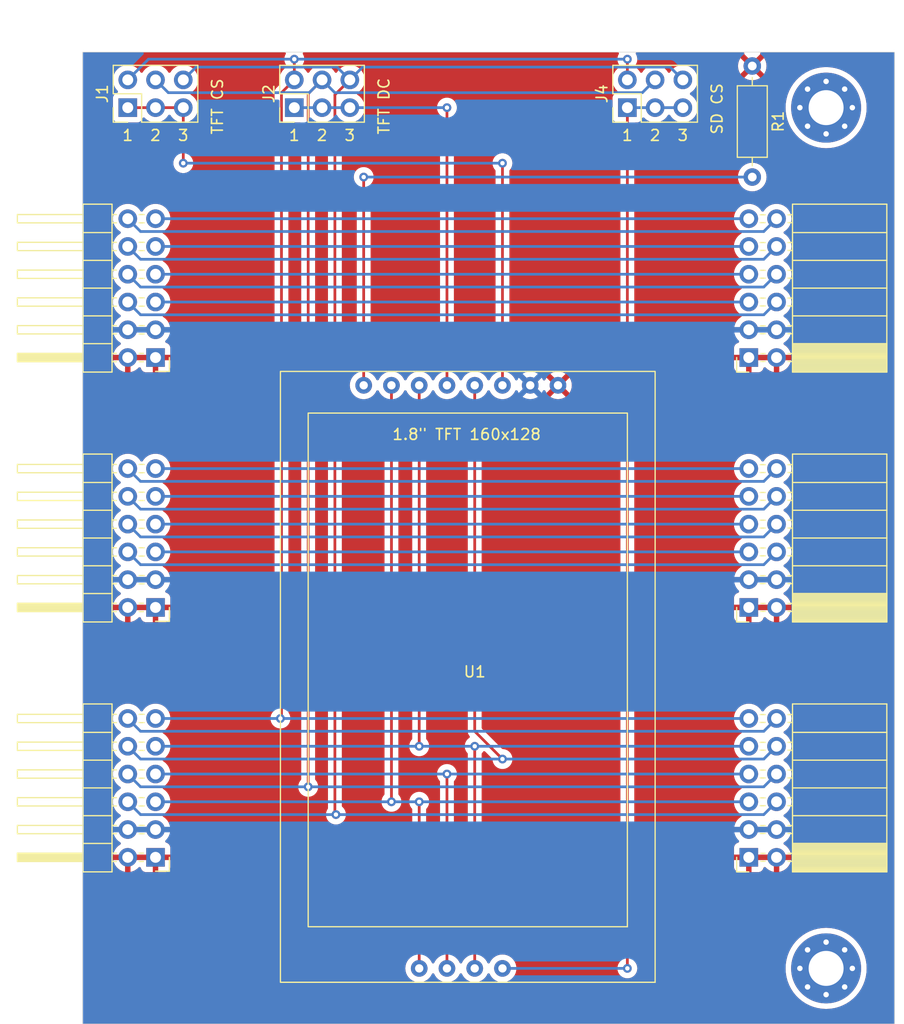
<source format=kicad_pcb>
(kicad_pcb (version 20221018) (generator pcbnew)
  (layers (0 "F.Cu" signal) (31 "B.Cu" signal) (34 "B.Paste" user) (35 "F.Paste" user) (36 "B.SilkS" user "B.Silkscreen") (37 "F.SilkS" user "F.Silkscreen") (38 "B.Mask" user) (39 "F.Mask" user) (44 "Edge.Cuts" user))
  (net 0 "")
  (net 1 "GND")
  (net 2 "TFT_CS")
  (net 3 "TFT_DC")
  (net 4 "VCC")
  (net 5 "PMOD_I2C_SDA")
  (net 6 "PMOD_I2C_GPIO4")
  (net 7 "PMOD_I2C_SCL")
  (net 8 "PMOD_I2C_GPIO3")
  (net 9 "PMOD_I2C_RESET")
  (net 10 "PMOD_I2C_GPIO2")
  (net 11 "PMOD_I2C_INT")
  (net 12 "PMOD_I2C_GPIO1")
  (net 13 "PMOD_SPI_SCK")
  (net 14 "PMOD_SPI_GPIO4_CS3")
  (net 15 "SD_CS")
  (net 16 "PMOD_SPI_GPIO3_CS2")
  (net 17 "PMOD_UART_GPIO1_INT")
  (net 18 "PMOD_SPI_GPIO2_RESET")
  (net 19 "PMOD_SPI_CS")
  (net 20 "PMOD_SPI_GPIO1_INT")
  (net 21 "PMOD_UART_RTS")
  (net 22 "PMOD_UART_GPIO4")
  (net 23 "PMOD_UART_CTS")
  (net 24 "PMOD_UART_GPIO2_RESET")
  (net 25 "PMOD_UART_TXD")
  (net 26 "PMOD_UART_GPIO3")
  (net 27 "PMOD_UART_RXD")
  (net 28 "MOSI")
  (net 29 "MISO")
  (net 30 "LED")
  (footprint "Connector_PinSocket_2.54mm:PinSocket_2x06_P2.54mm_Horizontal" (layer "F.Cu") (at 133.0325 68.58 180)
    (fp_text reference "PMOD4" hide)
    (fp_text value "Conn_02x06_Odd_Even")
    (pad "1" thru_hole rect (at 0 0 180) (size 1.7 1.7) (drill 1) (layers "*.Cu" "*.Mask") (net 4 "VCC"))
    (pad "2" thru_hole oval (at -2.54 0 180) (size 1.7 1.7) (drill 1) (layers "*.Cu" "*.Mask") (net 4 "VCC"))
    (pad "3" thru_hole oval (at 0 2.54 180) (size 1.7 1.7) (drill 1) (layers "*.Cu" "*.Mask") (net 1 "GND"))
    (pad "4" thru_hole oval (at -2.54 2.54 180) (size 1.7 1.7) (drill 1) (layers "*.Cu" "*.Mask") (net 1 "GND"))
    (pad "5" thru_hole oval (at 0 5.08 180) (size 1.7 1.7) (drill 1) (layers "*.Cu" "*.Mask") (net 5 "PMOD_I2C_SDA"))
    (pad "6" thru_hole oval (at -2.54 5.08 180) (size 1.7 1.7) (drill 1) (layers "*.Cu" "*.Mask") (net 6 "PMOD_I2C_GPIO4"))
    (pad "7" thru_hole oval (at 0 7.62 180) (size 1.7 1.7) (drill 1) (layers "*.Cu" "*.Mask") (net 7 "PMOD_I2C_SCL"))
    (pad "8" thru_hole oval (at -2.54 7.62 180) (size 1.7 1.7) (drill 1) (layers "*.Cu" "*.Mask") (net 8 "PMOD_I2C_GPIO3"))
    (pad "9" thru_hole oval (at 0 10.16 180) (size 1.7 1.7) (drill 1) (layers "*.Cu" "*.Mask") (net 9 "PMOD_I2C_RESET"))
    (pad "10" thru_hole oval (at -2.54 10.16 180) (size 1.7 1.7) (drill 1) (layers "*.Cu" "*.Mask") (net 10 "PMOD_I2C_GPIO2"))
    (pad "11" thru_hole oval (at 0 12.7 180) (size 1.7 1.7) (drill 1) (layers "*.Cu" "*.Mask") (net 11 "PMOD_I2C_INT"))
    (pad "12" thru_hole oval (at -2.54 12.7 180) (size 1.7 1.7) (drill 1) (layers "*.Cu" "*.Mask") (net 12 "PMOD_I2C_GPIO1"))
  )
  (footprint "Connector_PinHeader_2.54mm:PinHeader_2x03_P2.54mm_Vertical" (layer "F.Cu") (at 91.44 45.72 90)
    (fp_text reference "J2" (at 1.27 -2.33 90) (layer "F.SilkS"))
    (fp_text value "Conn_02x03_Odd_Even")
    (pad "1" thru_hole rect (at 0 0 90) (size 1.7 1.7) (drill 1) (layers "*.Cu" "*.Mask") (net 3 "TFT_DC"))
    (pad "2" thru_hole oval (at 2.54 0 90) (size 1.7 1.7) (drill 1) (layers "*.Cu" "*.Mask") (net 19 "PMOD_SPI_CS"))
    (pad "3" thru_hole oval (at 0 2.54 90) (size 1.7 1.7) (drill 1) (layers "*.Cu" "*.Mask") (net 3 "TFT_DC"))
    (pad "4" thru_hole oval (at 2.54 2.54 90) (size 1.7 1.7) (drill 1) (layers "*.Cu" "*.Mask") (net 16 "PMOD_SPI_GPIO3_CS2"))
    (pad "5" thru_hole oval (at 0 5.08 90) (size 1.7 1.7) (drill 1) (layers "*.Cu" "*.Mask") (net 3 "TFT_DC"))
    (pad "6" thru_hole oval (at 2.54 5.08 90) (size 1.7 1.7) (drill 1) (layers "*.Cu" "*.Mask") (net 14 "PMOD_SPI_GPIO4_CS3"))
  )
  (footprint "Connector_PinHeader_2.54mm:PinHeader_2x06_P2.54mm_Horizontal" (layer "F.Cu") (at 78.74 114.3 180)
    (fp_text reference "PMOD3" hide)
    (fp_text value "Conn_02x06_Odd_Even")
    (pad "1" thru_hole rect (at 0 0 180) (size 1.7 1.7) (drill 1) (layers "*.Cu" "*.Mask") (net 4 "VCC"))
    (pad "2" thru_hole oval (at 2.54 0 180) (size 1.7 1.7) (drill 1) (layers "*.Cu" "*.Mask") (net 4 "VCC"))
    (pad "3" thru_hole oval (at 0 2.54 180) (size 1.7 1.7) (drill 1) (layers "*.Cu" "*.Mask") (net 1 "GND"))
    (pad "4" thru_hole oval (at 2.54 2.54 180) (size 1.7 1.7) (drill 1) (layers "*.Cu" "*.Mask") (net 1 "GND"))
    (pad "5" thru_hole oval (at 0 5.08 180) (size 1.7 1.7) (drill 1) (layers "*.Cu" "*.Mask") (net 13 "PMOD_SPI_SCK"))
    (pad "6" thru_hole oval (at 2.54 5.08 180) (size 1.7 1.7) (drill 1) (layers "*.Cu" "*.Mask") (net 14 "PMOD_SPI_GPIO4_CS3"))
    (pad "7" thru_hole oval (at 0 7.62 180) (size 1.7 1.7) (drill 1) (layers "*.Cu" "*.Mask") (net 29 "MISO"))
    (pad "8" thru_hole oval (at 2.54 7.62 180) (size 1.7 1.7) (drill 1) (layers "*.Cu" "*.Mask") (net 16 "PMOD_SPI_GPIO3_CS2"))
    (pad "9" thru_hole oval (at 0 10.16 180) (size 1.7 1.7) (drill 1) (layers "*.Cu" "*.Mask") (net 28 "MOSI"))
    (pad "10" thru_hole oval (at 2.54 10.16 180) (size 1.7 1.7) (drill 1) (layers "*.Cu" "*.Mask") (net 18 "PMOD_SPI_GPIO2_RESET"))
    (pad "11" thru_hole oval (at 0 12.7 180) (size 1.7 1.7) (drill 1) (layers "*.Cu" "*.Mask") (net 19 "PMOD_SPI_CS"))
    (pad "12" thru_hole oval (at 2.54 12.7 180) (size 1.7 1.7) (drill 1) (layers "*.Cu" "*.Mask") (net 20 "PMOD_SPI_GPIO1_INT"))
  )
  (footprint "Connector_PinHeader_2.54mm:PinHeader_2x06_P2.54mm_Horizontal" (layer "F.Cu") (at 78.74 91.44 180)
    (fp_text reference "PMOD2" hide)
    (fp_text value "Conn_02x06_Odd_Even")
    (pad "1" thru_hole rect (at 0 0 180) (size 1.7 1.7) (drill 1) (layers "*.Cu" "*.Mask") (net 4 "VCC"))
    (pad "2" thru_hole oval (at 2.54 0 180) (size 1.7 1.7) (drill 1) (layers "*.Cu" "*.Mask") (net 4 "VCC"))
    (pad "3" thru_hole oval (at 0 2.54 180) (size 1.7 1.7) (drill 1) (layers "*.Cu" "*.Mask") (net 1 "GND"))
    (pad "4" thru_hole oval (at 2.54 2.54 180) (size 1.7 1.7) (drill 1) (layers "*.Cu" "*.Mask") (net 1 "GND"))
    (pad "5" thru_hole oval (at 0 5.08 180) (size 1.7 1.7) (drill 1) (layers "*.Cu" "*.Mask") (net 21 "PMOD_UART_RTS"))
    (pad "6" thru_hole oval (at 2.54 5.08 180) (size 1.7 1.7) (drill 1) (layers "*.Cu" "*.Mask") (net 22 "PMOD_UART_GPIO4"))
    (pad "7" thru_hole oval (at 0 7.62 180) (size 1.7 1.7) (drill 1) (layers "*.Cu" "*.Mask") (net 27 "PMOD_UART_RXD"))
    (pad "8" thru_hole oval (at 2.54 7.62 180) (size 1.7 1.7) (drill 1) (layers "*.Cu" "*.Mask") (net 26 "PMOD_UART_GPIO3"))
    (pad "9" thru_hole oval (at 0 10.16 180) (size 1.7 1.7) (drill 1) (layers "*.Cu" "*.Mask") (net 25 "PMOD_UART_TXD"))
    (pad "10" thru_hole oval (at 2.54 10.16 180) (size 1.7 1.7) (drill 1) (layers "*.Cu" "*.Mask") (net 24 "PMOD_UART_GPIO2_RESET"))
    (pad "11" thru_hole oval (at 0 12.7 180) (size 1.7 1.7) (drill 1) (layers "*.Cu" "*.Mask") (net 23 "PMOD_UART_CTS"))
    (pad "12" thru_hole oval (at 2.54 12.7 180) (size 1.7 1.7) (drill 1) (layers "*.Cu" "*.Mask") (net 17 "PMOD_UART_GPIO1_INT"))
  )
  (footprint "Connector_PinHeader_2.54mm:PinHeader_2x06_P2.54mm_Horizontal" (layer "F.Cu") (at 78.74 68.58 180)
    (fp_text reference "PMOD1" hide)
    (fp_text value "Conn_02x06_Odd_Even")
    (pad "1" thru_hole rect (at 0 0 180) (size 1.7 1.7) (drill 1) (layers "*.Cu" "*.Mask") (net 4 "VCC"))
    (pad "2" thru_hole oval (at 2.54 0 180) (size 1.7 1.7) (drill 1) (layers "*.Cu" "*.Mask") (net 4 "VCC"))
    (pad "3" thru_hole oval (at 0 2.54 180) (size 1.7 1.7) (drill 1) (layers "*.Cu" "*.Mask") (net 1 "GND"))
    (pad "4" thru_hole oval (at 2.54 2.54 180) (size 1.7 1.7) (drill 1) (layers "*.Cu" "*.Mask") (net 1 "GND"))
    (pad "5" thru_hole oval (at 0 5.08 180) (size 1.7 1.7) (drill 1) (layers "*.Cu" "*.Mask") (net 5 "PMOD_I2C_SDA"))
    (pad "6" thru_hole oval (at 2.54 5.08 180) (size 1.7 1.7) (drill 1) (layers "*.Cu" "*.Mask") (net 6 "PMOD_I2C_GPIO4"))
    (pad "7" thru_hole oval (at 0 7.62 180) (size 1.7 1.7) (drill 1) (layers "*.Cu" "*.Mask") (net 7 "PMOD_I2C_SCL"))
    (pad "8" thru_hole oval (at 2.54 7.62 180) (size 1.7 1.7) (drill 1) (layers "*.Cu" "*.Mask") (net 8 "PMOD_I2C_GPIO3"))
    (pad "9" thru_hole oval (at 0 10.16 180) (size 1.7 1.7) (drill 1) (layers "*.Cu" "*.Mask") (net 9 "PMOD_I2C_RESET"))
    (pad "10" thru_hole oval (at 2.54 10.16 180) (size 1.7 1.7) (drill 1) (layers "*.Cu" "*.Mask") (net 10 "PMOD_I2C_GPIO2"))
    (pad "11" thru_hole oval (at 0 12.7 180) (size 1.7 1.7) (drill 1) (layers "*.Cu" "*.Mask") (net 11 "PMOD_I2C_INT"))
    (pad "12" thru_hole oval (at 2.54 12.7 180) (size 1.7 1.7) (drill 1) (layers "*.Cu" "*.Mask") (net 12 "PMOD_I2C_GPIO1"))
  )
  (footprint "AvS_Display:1.8 _TFT_SPI_128x160" (layer "F.Cu") (at 107.95 99.059998)
    (fp_text reference "U1" (at 0 -1.73 unlocked) (layer "F.SilkS"))
    (fp_text value "2.4_TFT_SPI_240x320")
    (pad "1" thru_hole circle (at 7.62 -27.94 180) (size 1.524 1.524) (drill 0.762) (layers "*.Cu" "*.Mask") (net 4 "VCC"))
    (pad "2" thru_hole circle (at 5.08 -27.94 180) (size 1.524 1.524) (drill 0.762) (layers "*.Cu" "*.Mask") (net 1 "GND"))
    (pad "3" thru_hole circle (at 2.54 -27.94 180) (size 1.524 1.524) (drill 0.762) (layers "*.Cu" "*.Mask") (net 2 "TFT_CS"))
    (pad "4" thru_hole circle (at 0 -27.94 180) (size 1.524 1.524) (drill 0.762) (layers "*.Cu" "*.Mask") (net 18 "PMOD_SPI_GPIO2_RESET"))
    (pad "5" thru_hole circle (at -2.54 -27.94 180) (size 1.524 1.524) (drill 0.762) (layers "*.Cu" "*.Mask") (net 3 "TFT_DC"))
    (pad "6" thru_hole circle (at -5.08 -27.94 180) (size 1.524 1.524) (drill 0.762) (layers "*.Cu" "*.Mask") (net 28 "MOSI"))
    (pad "7" thru_hole circle (at -7.62 -27.94 180) (size 1.524 1.524) (drill 0.762) (layers "*.Cu" "*.Mask") (net 13 "PMOD_SPI_SCK"))
    (pad "8" thru_hole circle (at -10.16 -27.94 180) (size 1.524 1.524) (drill 0.762) (layers "*.Cu" "*.Mask") (net 30 "LED"))
    (pad "9" thru_hole circle (at 2.54 25.400002 180) (size 1.524 1.524) (drill 0.762) (layers "*.Cu" "*.Mask") (net 15 "SD_CS"))
    (pad "10" thru_hole circle (at 0 25.400002 180) (size 1.524 1.524) (drill 0.762) (layers "*.Cu" "*.Mask") (net 28 "MOSI"))
    (pad "11" thru_hole circle (at -2.54 25.400002 180) (size 1.524 1.524) (drill 0.762) (layers "*.Cu" "*.Mask") (net 29 "MISO"))
    (pad "12" thru_hole circle (at -5.08 25.400002 180) (size 1.524 1.524) (drill 0.762) (layers "*.Cu" "*.Mask") (net 13 "PMOD_SPI_SCK"))
  )
  (footprint "MountingHole:MountingHole_3.2mm_M3_Pad_Via" (layer "F.Cu") (at 140.1075 124.46 -90)
    (fp_text reference "H2" hide)
    (fp_text value "~")
    (pad "1" thru_hole circle (at -2.4 0 270) (size 0.8 0.8) (drill 0.5) (layers "*.Cu" "*.Mask"))
    (pad "1" thru_hole circle (at -1.697056 -1.697056 270) (size 0.8 0.8) (drill 0.5) (layers "*.Cu" "*.Mask"))
    (pad "1" thru_hole circle (at -1.697056 1.697056 270) (size 0.8 0.8) (drill 0.5) (layers "*.Cu" "*.Mask"))
    (pad "1" thru_hole circle (at 0 -2.4 270) (size 0.8 0.8) (drill 0.5) (layers "*.Cu" "*.Mask"))
    (pad "1" thru_hole circle (at 0 0 270) (size 6.4 6.4) (drill 3.2) (layers "*.Cu" "*.Mask"))
    (pad "1" thru_hole circle (at 0 2.4 270) (size 0.8 0.8) (drill 0.5) (layers "*.Cu" "*.Mask"))
    (pad "1" thru_hole circle (at 1.697056 -1.697056 270) (size 0.8 0.8) (drill 0.5) (layers "*.Cu" "*.Mask"))
    (pad "1" thru_hole circle (at 1.697056 1.697056 270) (size 0.8 0.8) (drill 0.5) (layers "*.Cu" "*.Mask"))
    (pad "1" thru_hole circle (at 2.4 0 270) (size 0.8 0.8) (drill 0.5) (layers "*.Cu" "*.Mask"))
  )
  (footprint "Connector_PinHeader_2.54mm:PinHeader_2x03_P2.54mm_Vertical" (layer "F.Cu") (at 121.92 45.72 90)
    (fp_text reference "J4" (at 1.27 -2.33 90) (layer "F.SilkS"))
    (fp_text value "Conn_02x03_Odd_Even")
    (pad "1" thru_hole rect (at 0 0 90) (size 1.7 1.7) (drill 1) (layers "*.Cu" "*.Mask") (net 15 "SD_CS"))
    (pad "2" thru_hole oval (at 2.54 0 90) (size 1.7 1.7) (drill 1) (layers "*.Cu" "*.Mask") (net 19 "PMOD_SPI_CS"))
    (pad "3" thru_hole oval (at 0 2.54 90) (size 1.7 1.7) (drill 1) (layers "*.Cu" "*.Mask") (net 15 "SD_CS"))
    (pad "4" thru_hole oval (at 2.54 2.54 90) (size 1.7 1.7) (drill 1) (layers "*.Cu" "*.Mask") (net 16 "PMOD_SPI_GPIO3_CS2"))
    (pad "5" thru_hole oval (at 0 5.08 90) (size 1.7 1.7) (drill 1) (layers "*.Cu" "*.Mask") (net 15 "SD_CS"))
    (pad "6" thru_hole oval (at 2.54 5.08 90) (size 1.7 1.7) (drill 1) (layers "*.Cu" "*.Mask") (net 14 "PMOD_SPI_GPIO4_CS3"))
  )
  (footprint "MountingHole:MountingHole_3.2mm_M3_Pad_Via" (layer "F.Cu") (at 140.1075 45.72 -90)
    (fp_text reference "H1" hide)
    (fp_text value "~")
    (pad "1" thru_hole circle (at -2.4 0 270) (size 0.8 0.8) (drill 0.5) (layers "*.Cu" "*.Mask"))
    (pad "1" thru_hole circle (at -1.697056 -1.697056 270) (size 0.8 0.8) (drill 0.5) (layers "*.Cu" "*.Mask"))
    (pad "1" thru_hole circle (at -1.697056 1.697056 270) (size 0.8 0.8) (drill 0.5) (layers "*.Cu" "*.Mask"))
    (pad "1" thru_hole circle (at 0 -2.4 270) (size 0.8 0.8) (drill 0.5) (layers "*.Cu" "*.Mask"))
    (pad "1" thru_hole circle (at 0 0 270) (size 6.4 6.4) (drill 3.2) (layers "*.Cu" "*.Mask"))
    (pad "1" thru_hole circle (at 0 2.4 270) (size 0.8 0.8) (drill 0.5) (layers "*.Cu" "*.Mask"))
    (pad "1" thru_hole circle (at 1.697056 -1.697056 270) (size 0.8 0.8) (drill 0.5) (layers "*.Cu" "*.Mask"))
    (pad "1" thru_hole circle (at 1.697056 1.697056 270) (size 0.8 0.8) (drill 0.5) (layers "*.Cu" "*.Mask"))
    (pad "1" thru_hole circle (at 2.4 0 270) (size 0.8 0.8) (drill 0.5) (layers "*.Cu" "*.Mask"))
  )
  (footprint "Connector_PinSocket_2.54mm:PinSocket_2x06_P2.54mm_Horizontal" (layer "F.Cu") (at 133.0325 114.3 180)
    (fp_text reference "PMOD6" hide)
    (fp_text value "Conn_02x06_Odd_Even")
    (pad "1" thru_hole rect (at 0 0 180) (size 1.7 1.7) (drill 1) (layers "*.Cu" "*.Mask") (net 4 "VCC"))
    (pad "2" thru_hole oval (at -2.54 0 180) (size 1.7 1.7) (drill 1) (layers "*.Cu" "*.Mask") (net 4 "VCC"))
    (pad "3" thru_hole oval (at 0 2.54 180) (size 1.7 1.7) (drill 1) (layers "*.Cu" "*.Mask") (net 1 "GND"))
    (pad "4" thru_hole oval (at -2.54 2.54 180) (size 1.7 1.7) (drill 1) (layers "*.Cu" "*.Mask") (net 1 "GND"))
    (pad "5" thru_hole oval (at 0 5.08 180) (size 1.7 1.7) (drill 1) (layers "*.Cu" "*.Mask") (net 13 "PMOD_SPI_SCK"))
    (pad "6" thru_hole oval (at -2.54 5.08 180) (size 1.7 1.7) (drill 1) (layers "*.Cu" "*.Mask") (net 14 "PMOD_SPI_GPIO4_CS3"))
    (pad "7" thru_hole oval (at 0 7.62 180) (size 1.7 1.7) (drill 1) (layers "*.Cu" "*.Mask") (net 29 "MISO"))
    (pad "8" thru_hole oval (at -2.54 7.62 180) (size 1.7 1.7) (drill 1) (layers "*.Cu" "*.Mask") (net 16 "PMOD_SPI_GPIO3_CS2"))
    (pad "9" thru_hole oval (at 0 10.16 180) (size 1.7 1.7) (drill 1) (layers "*.Cu" "*.Mask") (net 28 "MOSI"))
    (pad "10" thru_hole oval (at -2.54 10.16 180) (size 1.7 1.7) (drill 1) (layers "*.Cu" "*.Mask") (net 18 "PMOD_SPI_GPIO2_RESET"))
    (pad "11" thru_hole oval (at 0 12.7 180) (size 1.7 1.7) (drill 1) (layers "*.Cu" "*.Mask") (net 19 "PMOD_SPI_CS"))
    (pad "12" thru_hole oval (at -2.54 12.7 180) (size 1.7 1.7) (drill 1) (layers "*.Cu" "*.Mask") (net 20 "PMOD_SPI_GPIO1_INT"))
  )
  (footprint "Connector_PinHeader_2.54mm:PinHeader_2x03_P2.54mm_Vertical" (layer "F.Cu") (at 76.2 45.72 90)
    (fp_text reference "J1" (at 1.27 -2.33 90) (layer "F.SilkS"))
    (fp_text value "Conn_02x03_Odd_Even")
    (pad "1" thru_hole rect (at 0 0 90) (size 1.7 1.7) (drill 1) (layers "*.Cu" "*.Mask") (net 2 "TFT_CS"))
    (pad "2" thru_hole oval (at 2.54 0 90) (size 1.7 1.7) (drill 1) (layers "*.Cu" "*.Mask") (net 19 "PMOD_SPI_CS"))
    (pad "3" thru_hole oval (at 0 2.54 90) (size 1.7 1.7) (drill 1) (layers "*.Cu" "*.Mask") (net 2 "TFT_CS"))
    (pad "4" thru_hole oval (at 2.54 2.54 90) (size 1.7 1.7) (drill 1) (layers "*.Cu" "*.Mask") (net 16 "PMOD_SPI_GPIO3_CS2"))
    (pad "5" thru_hole oval (at 0 5.08 90) (size 1.7 1.7) (drill 1) (layers "*.Cu" "*.Mask") (net 2 "TFT_CS"))
    (pad "6" thru_hole oval (at 2.54 5.08 90) (size 1.7 1.7) (drill 1) (layers "*.Cu" "*.Mask") (net 14 "PMOD_SPI_GPIO4_CS3"))
  )
  (footprint "Resistor_THT:R_Axial_DIN0207_L6.3mm_D2.5mm_P10.16mm_Horizontal" (layer "F.Cu") (at 133.35 41.91 -90)
    (fp_text reference "R1" (at 5.08 -2.37 90) (layer "F.SilkS"))
    (fp_text value "R_Small")
    (pad "1" thru_hole circle (at 0 0 270) (size 1.6 1.6) (drill 0.8) (layers "*.Cu" "*.Mask") (net 4 "VCC"))
    (pad "2" thru_hole oval (at 10.16 0 270) (size 1.6 1.6) (drill 0.8) (layers "*.Cu" "*.Mask") (net 30 "LED"))
  )
  (footprint "Connector_PinSocket_2.54mm:PinSocket_2x06_P2.54mm_Horizontal" (layer "F.Cu") (at 133.0325 91.44 180)
    (fp_text reference "PMOD5" hide)
    (fp_text value "Conn_02x06_Odd_Even")
    (pad "1" thru_hole rect (at 0 0 180) (size 1.7 1.7) (drill 1) (layers "*.Cu" "*.Mask") (net 4 "VCC"))
    (pad "2" thru_hole oval (at -2.54 0 180) (size 1.7 1.7) (drill 1) (layers "*.Cu" "*.Mask") (net 4 "VCC"))
    (pad "3" thru_hole oval (at 0 2.54 180) (size 1.7 1.7) (drill 1) (layers "*.Cu" "*.Mask") (net 1 "GND"))
    (pad "4" thru_hole oval (at -2.54 2.54 180) (size 1.7 1.7) (drill 1) (layers "*.Cu" "*.Mask") (net 1 "GND"))
    (pad "5" thru_hole oval (at 0 5.08 180) (size 1.7 1.7) (drill 1) (layers "*.Cu" "*.Mask") (net 21 "PMOD_UART_RTS"))
    (pad "6" thru_hole oval (at -2.54 5.08 180) (size 1.7 1.7) (drill 1) (layers "*.Cu" "*.Mask") (net 22 "PMOD_UART_GPIO4"))
    (pad "7" thru_hole oval (at 0 7.62 180) (size 1.7 1.7) (drill 1) (layers "*.Cu" "*.Mask") (net 27 "PMOD_UART_RXD"))
    (pad "8" thru_hole oval (at -2.54 7.62 180) (size 1.7 1.7) (drill 1) (layers "*.Cu" "*.Mask") (net 26 "PMOD_UART_GPIO3"))
    (pad "9" thru_hole oval (at 0 10.16 180) (size 1.7 1.7) (drill 1) (layers "*.Cu" "*.Mask") (net 25 "PMOD_UART_TXD"))
    (pad "10" thru_hole oval (at -2.54 10.16 180) (size 1.7 1.7) (drill 1) (layers "*.Cu" "*.Mask") (net 24 "PMOD_UART_GPIO2_RESET"))
    (pad "11" thru_hole oval (at 0 12.7 180) (size 1.7 1.7) (drill 1) (layers "*.Cu" "*.Mask") (net 23 "PMOD_UART_CTS"))
    (pad "12" thru_hole oval (at -2.54 12.7 180) (size 1.7 1.7) (drill 1) (layers "*.Cu" "*.Mask") (net 17 "PMOD_UART_GPIO1_INT"))
  )
  (gr_rect (start 72.0725 40.64) (end 146.3675 129.54) (stroke (width 0.05)) (fill none) (layer "Edge.Cuts"))
  (gr_text "3" (at 96.52 48.26) (layer "F.SilkS") (effects (font (size 1 1))))
  (gr_text "1" (at 76.2 48.26) (layer "F.SilkS") (effects (font (size 1 1))))
  (gr_text "TFT CS" (at 83.82 48.26 90) (layer "F.SilkS") (effects (font (size 1 1)) (justify left top)))
  (gr_text "1" (at 91.44 48.26) (layer "F.SilkS") (effects (font (size 1 1))))
  (gr_text "TFT DC" (at 99.06 48.26 90) (layer "F.SilkS") (effects (font (size 1 1)) (justify left top)))
  (gr_text "2" (at 78.74 48.26) (layer "F.SilkS") (effects (font (size 1 1))))
  (gr_text "1.8{dblquote} TFT 160x128" (at 100.33 76.2) (layer "F.SilkS") (effects (font (size 1 1)) (justify left bottom)))
  (gr_text "3" (at 81.28 48.26) (layer "F.SilkS") (effects (font (size 1 1))))
  (gr_text "SD CS" (at 129.54 48.26 90) (layer "F.SilkS") (effects (font (size 1 1)) (justify left top)))
  (gr_text "3" (at 127 48.26) (layer "F.SilkS") (effects (font (size 1 1))))
  (gr_text "1" (at 121.92 48.26) (layer "F.SilkS") (effects (font (size 1 1))))
  (gr_text "2" (at 124.46 48.26) (layer "F.SilkS") (effects (font (size 1 1))))
  (gr_text "2" (at 93.98 48.26) (layer "F.SilkS") (effects (font (size 1 1))))
  (segment (start 110.49 71.119998) (end 110.49 50.8) (width 0.25) (layer "F.Cu") (net 2))
  (segment (start 81.28 50.8) (end 81.28 45.72) (width 0.25) (layer "F.Cu") (net 2))
  (segment (start 81.28 45.72) (end 76.2 45.72) (width 0.25) (layer "F.Cu") (net 2))
  (via (at 81.28 50.8) (size 0.8) (drill 0.4) (layers "F.Cu" "B.Cu") (net 2))
  (via (at 110.49 50.8) (size 0.8) (drill 0.4) (layers "F.Cu" "B.Cu") (net 2))
  (segment (start 110.49 50.8) (end 81.28 50.8) (width 0.25) (layer "B.Cu") (net 2))
  (segment (start 105.41 71.119998) (end 105.41 45.72) (width 0.25) (layer "F.Cu") (net 3))
  (via (at 105.41 45.72) (size 0.8) (drill 0.4) (layers "F.Cu" "B.Cu") (net 3))
  (segment (start 105.41 45.72) (end 91.44 45.72) (width 0.25) (layer "B.Cu") (net 3))
  (segment (start 78.74 63.5) (end 133.0325 63.5) (width 0.25) (layer "B.Cu") (net 5))
  (segment (start 134.402156 64.670344) (end 77.370344 64.670344) (width 0.25) (layer "B.Cu") (net 6))
  (segment (start 135.5725 63.5) (end 134.402156 64.670344) (width 0.25) (layer "B.Cu") (net 6))
  (segment (start 77.370344 64.670344) (end 76.2 63.5) (width 0.25) (layer "B.Cu") (net 6))
  (segment (start 133.0325 60.96) (end 78.74 60.96) (width 0.25) (layer "B.Cu") (net 7))
  (segment (start 134.402156 62.130344) (end 135.5725 60.96) (width 0.25) (layer "B.Cu") (net 8))
  (segment (start 77.370344 62.130344) (end 134.402156 62.130344) (width 0.25) (layer "B.Cu") (net 8))
  (segment (start 76.2 60.96) (end 77.370344 62.130344) (width 0.25) (layer "B.Cu") (net 8))
  (segment (start 78.74 58.42) (end 133.0325 58.42) (width 0.25) (layer "B.Cu") (net 9))
  (segment (start 134.402156 59.590344) (end 77.370344 59.590344) (width 0.25) (layer "B.Cu") (net 10))
  (segment (start 135.5725 58.42) (end 134.402156 59.590344) (width 0.25) (layer "B.Cu") (net 10))
  (segment (start 77.370344 59.590344) (end 76.2 58.42) (width 0.25) (layer "B.Cu") (net 10))
  (segment (start 133.0325 55.88) (end 78.74 55.88) (width 0.25) (layer "B.Cu") (net 11))
  (segment (start 76.2 55.88) (end 77.370344 57.050344) (width 0.25) (layer "B.Cu") (net 12))
  (segment (start 77.370344 57.050344) (end 134.402156 57.050344) (width 0.25) (layer "B.Cu") (net 12))
  (segment (start 134.402156 57.050344) (end 135.5725 55.88) (width 0.25) (layer "B.Cu") (net 12))
  (segment (start 102.87 124.46) (end 102.87 109.22) (width 0.25) (layer "F.Cu") (net 13))
  (segment (start 100.33 71.119998) (end 100.33 109.22) (width 0.25) (layer "F.Cu") (net 13))
  (via (at 102.87 109.22) (size 0.8) (drill 0.4) (layers "F.Cu" "B.Cu") (net 13))
  (via (at 100.33 109.22) (size 0.8) (drill 0.4) (layers "F.Cu" "B.Cu") (net 13))
  (segment (start 102.87 109.22) (end 133.0325 109.22) (width 0.25) (layer "B.Cu") (net 13))
  (segment (start 78.74 109.22) (end 100.33 109.22) (width 0.25) (layer "B.Cu") (net 13))
  (segment (start 100.33 109.22) (end 102.87 109.22) (width 0.25) (layer "B.Cu") (net 13))
  (segment (start 95.155 44.545) (end 95.155 110.295344) (width 0.25) (layer "F.Cu") (net 14))
  (segment (start 96.52 43.18) (end 95.155 44.545) (width 0.25) (layer "F.Cu") (net 14))
  (segment (start 95.155 110.295344) (end 95.25 110.390344) (width 0.25) (layer "F.Cu") (net 14))
  (via (at 95.25 110.390344) (size 0.8) (drill 0.4) (layers "F.Cu" "B.Cu") (net 14))
  (segment (start 76.2 109.22) (end 77.370344 110.390344) (width 0.25) (layer "B.Cu") (net 14))
  (segment (start 82.450344 42.009656) (end 95.349656 42.009656) (width 0.25) (layer "B.Cu") (net 14))
  (segment (start 96.52 43.18) (end 97.690344 42.009656) (width 0.25) (layer "B.Cu") (net 14))
  (segment (start 97.690344 42.009656) (end 125.829656 42.009656) (width 0.25) (layer "B.Cu") (net 14))
  (segment (start 134.402156 110.390344) (end 135.5725 109.22) (width 0.25) (layer "B.Cu") (net 14))
  (segment (start 77.370344 110.390344) (end 95.25 110.390344) (width 0.25) (layer "B.Cu") (net 14))
  (segment (start 95.349656 42.009656) (end 96.52 43.18) (width 0.25) (layer "B.Cu") (net 14))
  (segment (start 95.25 110.390344) (end 134.402156 110.390344) (width 0.25) (layer "B.Cu") (net 14))
  (segment (start 125.829656 42.009656) (end 127 43.18) (width 0.25) (layer "B.Cu") (net 14))
  (segment (start 81.28 43.18) (end 82.450344 42.009656) (width 0.25) (layer "B.Cu") (net 14))
  (segment (start 121.92 45.72) (end 121.92 124.46) (width 0.25) (layer "F.Cu") (net 15))
  (via (at 121.92 124.46) (size 0.8) (drill 0.4) (layers "F.Cu" "B.Cu") (net 15))
  (segment (start 127 45.72) (end 121.92 45.72) (width 0.25) (layer "B.Cu") (net 15))
  (segment (start 121.92 124.46) (end 110.49 124.46) (width 0.25) (layer "B.Cu") (net 15))
  (segment (start 92.71 44.45) (end 92.71 107.850344) (width 0.25) (layer "F.Cu") (net 16))
  (segment (start 93.98 43.18) (end 92.71 44.45) (width 0.25) (layer "F.Cu") (net 16))
  (via (at 92.71 107.850344) (size 0.8) (drill 0.4) (layers "F.Cu" "B.Cu") (net 16))
  (segment (start 78.74 43.18) (end 79.910344 44.350344) (width 0.25) (layer "B.Cu") (net 16))
  (segment (start 79.910344 44.350344) (end 92.809656 44.350344) (width 0.25) (layer "B.Cu") (net 16))
  (segment (start 123.289656 44.350344) (end 95.150344 44.350344) (width 0.25) (layer "B.Cu") (net 16))
  (segment (start 92.809656 44.350344) (end 93.98 43.18) (width 0.25) (layer "B.Cu") (net 16))
  (segment (start 135.5725 106.68) (end 134.402156 107.850344) (width 0.25) (layer "B.Cu") (net 16))
  (segment (start 77.370344 107.850344) (end 76.2 106.68) (width 0.25) (layer "B.Cu") (net 16))
  (segment (start 92.71 107.850344) (end 77.370344 107.850344) (width 0.25) (layer "B.Cu") (net 16))
  (segment (start 95.150344 44.350344) (end 93.98 43.18) (width 0.25) (layer "B.Cu") (net 16))
  (segment (start 124.46 43.18) (end 123.289656 44.350344) (width 0.25) (layer "B.Cu") (net 16))
  (segment (start 134.402156 107.850344) (end 92.71 107.850344) (width 0.25) (layer "B.Cu") (net 16))
  (segment (start 77.370344 79.910344) (end 134.402156 79.910344) (width 0.25) (layer "B.Cu") (net 17))
  (segment (start 134.402156 79.910344) (end 135.5725 78.74) (width 0.25) (layer "B.Cu") (net 17))
  (segment (start 76.2 78.74) (end 77.370344 79.910344) (width 0.25) (layer "B.Cu") (net 17))
  (segment (start 107.95 71.119998) (end 107.95 102.770344) (width 0.25) (layer "F.Cu") (net 18))
  (segment (start 107.95 102.770344) (end 110.49 105.310344) (width 0.25) (layer "F.Cu") (net 18))
  (via (at 110.49 105.310344) (size 0.8) (drill 0.4) (layers "F.Cu" "B.Cu") (net 18))
  (segment (start 110.49 105.310344) (end 134.402156 105.310344) (width 0.25) (layer "B.Cu") (net 18))
  (segment (start 134.402156 105.310344) (end 135.5725 104.14) (width 0.25) (layer "B.Cu") (net 18))
  (segment (start 76.2 104.14) (end 77.370344 105.310344) (width 0.25) (layer "B.Cu") (net 18))
  (segment (start 77.370344 105.310344) (end 110.49 105.310344) (width 0.25) (layer "B.Cu") (net 18))
  (segment (start 91.44 41.285156) (end 91.44 43.18) (width 0.25) (layer "F.Cu") (net 19))
  (segment (start 91.44 43.18) (end 90.265 44.355) (width 0.25) (layer "F.Cu") (net 19))
  (segment (start 90.265 101.505) (end 90.17 101.6) (width 0.25) (layer "F.Cu") (net 19))
  (segment (start 90.265 44.355) (end 90.265 101.505) (width 0.25) (layer "F.Cu") (net 19))
  (segment (start 121.92 41.285156) (end 121.92 43.18) (width 0.25) (layer "F.Cu") (net 19))
  (via (at 121.92 41.285156) (size 0.8) (drill 0.4) (layers "F.Cu" "B.Cu") (net 19))
  (via (at 90.17 101.6) (size 0.8) (drill 0.4) (layers "F.Cu" "B.Cu") (net 19))
  (via (at 91.44 41.285156) (size 0.8) (drill 0.4) (layers "F.Cu" "B.Cu") (net 19))
  (segment (start 76.2 43.18) (end 78.094844 41.285156) (width 0.25) (layer "B.Cu") (net 19))
  (segment (start 78.094844 41.285156) (end 91.44 41.285156) (width 0.25) (layer "B.Cu") (net 19))
  (segment (start 133.0325 101.6) (end 90.17 101.6) (width 0.25) (layer "B.Cu") (net 19))
  (segment (start 90.17 101.6) (end 78.74 101.6) (width 0.25) (layer "B.Cu") (net 19))
  (segment (start 91.44 41.285156) (end 106.68 41.285156) (width 0.25) (layer "B.Cu") (net 19))
  (segment (start 106.68 41.285156) (end 121.92 41.285156) (width 0.25) (layer "B.Cu") (net 19))
  (segment (start 77.370344 102.770344) (end 134.402156 102.770344) (width 0.25) (layer "B.Cu") (net 20))
  (segment (start 134.402156 102.770344) (end 135.5725 101.6) (width 0.25) (layer "B.Cu") (net 20))
  (segment (start 76.2 101.6) (end 77.370344 102.770344) (width 0.25) (layer "B.Cu") (net 20))
  (segment (start 133.0325 86.36) (end 78.74 86.36) (width 0.25) (layer "B.Cu") (net 21))
  (segment (start 135.5725 86.36) (end 134.402156 87.530344) (width 0.25) (layer "B.Cu") (net 22))
  (segment (start 77.370344 87.530344) (end 76.2 86.36) (width 0.25) (layer "B.Cu") (net 22))
  (segment (start 134.402156 87.530344) (end 77.370344 87.530344) (width 0.25) (layer "B.Cu") (net 22))
  (segment (start 78.74 78.74) (end 133.0325 78.74) (width 0.25) (layer "B.Cu") (net 23))
  (segment (start 77.370344 82.450344) (end 76.2 81.28) (width 0.25) (layer "B.Cu") (net 24))
  (segment (start 135.5725 81.28) (end 134.402156 82.450344) (width 0.25) (layer "B.Cu") (net 24))
  (segment (start 134.402156 82.450344) (end 77.370344 82.450344) (width 0.25) (layer "B.Cu") (net 24))
  (segment (start 133.0325 81.28) (end 78.74 81.28) (width 0.25) (layer "B.Cu") (net 25))
  (segment (start 134.402156 84.990344) (end 135.5725 83.82) (width 0.25) (layer "B.Cu") (net 26))
  (segment (start 77.370344 84.990344) (end 134.402156 84.990344) (width 0.25) (layer "B.Cu") (net 26))
  (segment (start 76.2 83.82) (end 77.370344 84.990344) (width 0.25) (layer "B.Cu") (net 26))
  (segment (start 78.74 83.82) (end 133.0325 83.82) (width 0.25) (layer "B.Cu") (net 27))
  (segment (start 107.95 124.46) (end 107.95 104.14) (width 0.25) (layer "F.Cu") (net 28))
  (segment (start 102.87 71.119998) (end 102.87 104.14) (width 0.25) (layer "F.Cu") (net 28))
  (via (at 107.95 104.14) (size 0.8) (drill 0.4) (layers "F.Cu" "B.Cu") (net 28))
  (via (at 102.87 104.14) (size 0.8) (drill 0.4) (layers "F.Cu" "B.Cu") (net 28))
  (segment (start 102.87 104.14) (end 78.74 104.14) (width 0.25) (layer "B.Cu") (net 28))
  (segment (start 107.95 104.14) (end 102.87 104.14) (width 0.25) (layer "B.Cu") (net 28))
  (segment (start 133.0325 104.14) (end 107.95 104.14) (width 0.25) (layer "B.Cu") (net 28))
  (segment (start 105.41 124.46) (end 105.41 106.68) (width 0.25) (layer "F.Cu") (net 29))
  (via (at 105.41 106.68) (size 0.8) (drill 0.4) (layers "F.Cu" "B.Cu") (net 29))
  (segment (start 105.41 106.68) (end 78.74 106.68) (width 0.25) (layer "B.Cu") (net 29))
  (segment (start 133.0325 106.68) (end 105.41 106.68) (width 0.25) (layer "B.Cu") (net 29))
  (segment (start 97.79 71.119998) (end 97.79 52.07) (width 0.25) (layer "F.Cu") (net 30))
  (via (at 97.79 52.07) (size 0.8) (drill 0.4) (layers "F.Cu" "B.Cu") (net 30))
  (segment (start 97.79 52.07) (end 133.35 52.07) (width 0.25) (layer "B.Cu") (net 30))
  (zone (net 4) (net_name "VCC") (layer "F.Cu") (priority 2) (connect_pads (clearance 0.508)) (min_thickness 0.25) (fill yes (thermal_gap 0.5) (thermal_bridge_width 0.5))
    (polygon (pts (xy 72.0725 129.54) (xy 72.0725 40.64) (xy 146.3675 40.64) (xy 146.3675 129.54)))
  )
  (zone (net 1) (net_name "GND") (layers "F&B.Cu") (connect_pads (clearance 0.508)) (min_thickness 0.254) (fill yes (thermal_gap 0.508) (thermal_bridge_width 0.508))
    (polygon (pts (xy 72.0725 129.54) (xy 146.3675 129.54) (xy 146.3675 40.64) (xy 72.0725 40.64)))
  )
  (zone (net 1) (net_name "GND") (layer "B.Cu") (priority 1) (connect_pads (clearance 0.508)) (min_thickness 0.25) (fill yes (thermal_gap 0.5) (thermal_bridge_width 0.5))
    (polygon (pts (xy 72.0725 40.64) (xy 146.3675 40.64) (xy 146.3675 129.54) (xy 72.0725 129.54)))
  )
)
</source>
